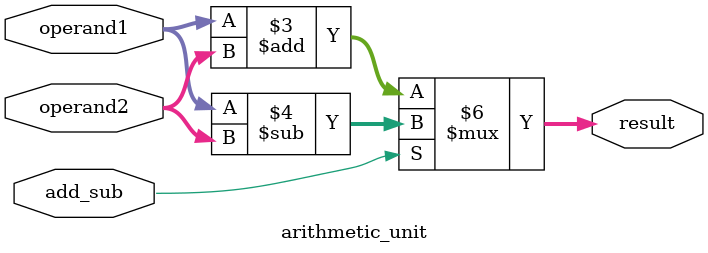
<source format=v>
module arithmetic_unit (
    input [7:0] operand1,
    input [7:0] operand2,
    input add_sub,
    output reg [7:0] result
);

    always @(*) begin
        if (add_sub == 1'b0)
            result = operand1 + operand2;
        else
            result = operand1 - operand2;
    end

endmodule

</source>
